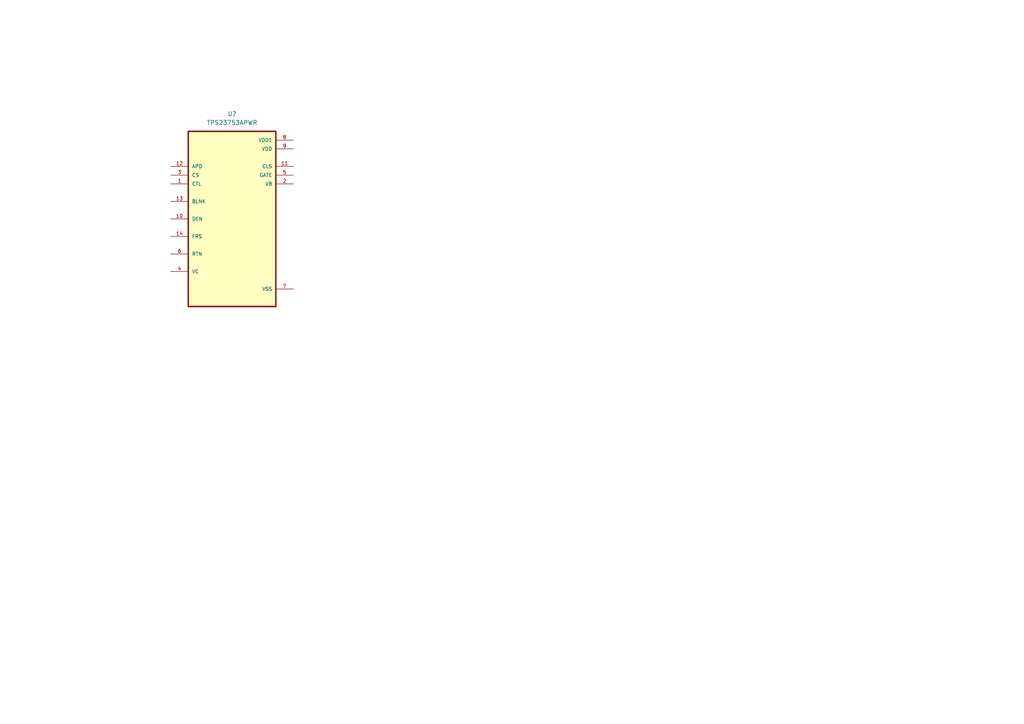
<source format=kicad_sch>
(kicad_sch (version 20211123) (generator eeschema)
  (paper "A4")
  (title_block (title "PoE Splitter") (date "2025-02-08") (rev "1") (company "Damian Peckett"))
  (lib_symbols
    (symbol "TPS23753APWR:TPS23753APWR" (pin_names (offset 1.016))
      (property "Reference" "U" (at -12.7 26.4 0))
      (property "Value" "TPS23753APWR" (at -12.7 -29.4 0))
      (symbol "TPS23753APWR_0_0"
        (rectangle (start -12.7 -25.4) (end 12.7 25.4) (stroke (width 0.41)) (fill (type background)))
        (pin input line (at -17.78 10.16 0) (length 5.08) (name "CTL") (number "1"))
        (pin bidirectional line (at -17.78 0 0) (length 5.08) (name "DEN") (number "10"))
        (pin output line (at 17.78 15.24 180) (length 5.08) (name "CLS") (number "11"))
        (pin input line (at -17.78 15.24 0) (length 5.08) (name "APD") (number "12"))
        (pin bidirectional line (at -17.78 5.08 0) (length 5.08) (name "BLNK") (number "13"))
        (pin bidirectional line (at -17.78 -5.08 0) (length 5.08) (name "FRS") (number "14"))
        (pin output line (at 17.78 10.16 180) (length 5.08) (name "VB") (number "2"))
        (pin input line (at -17.78 12.7 0) (length 5.08) (name "CS") (number "3"))
        (pin bidirectional line (at -17.78 -15.24 0) (length 5.08) (name "VC") (number "4"))
        (pin output line (at 17.78 12.7 180) (length 5.08) (name "GATE") (number "5"))
        (pin bidirectional line (at -17.78 -10.16 0) (length 5.08) (name "RTN") (number "6"))
        (pin power_in line (at 17.78 -20.32 180) (length 5.08) (name "VSS") (number "7"))
        (pin power_in line (at 17.78 22.86 180) (length 5.08) (name "VDD1") (number "8"))
        (pin power_in line (at 17.78 20.32 180) (length 5.08) (name "VDD") (number "9"))
      )
    )
  )
  (symbol (lib_id "TPS23753APWR:TPS23753APWR") (at 67.31 63.5 0) (unit 1)
    (property "Reference" "U?" (at 67.31 33.02 0))
    (property "Value" "TPS23753APWR" (at 67.31 35.56 0))
    (property "Footprint" "TPS23753APWR:SOP65P640X120-14N" (effects hide))
    (property "MF" "Texas Instruments" (effects hide))
    (property "Description" "\n                        \n                            IEEE 802.3-2005 PoE interface and Isolated Converter controller with Enhanced ESD Ride-Through\n                        \n" (effects hide))
    (property "Package" "TSSOP-14 Texas Instruments" (effects hide))
    (property "Price" "None" (effects hide))
    (property "SnapEDA_Link" "https://www.snapeda.com/parts/TPS23753APWR/Texas+Instruments/view-part/?ref=snap" (effects hide))
    (property "MP" "TPS23753APWR" (effects hide))
    (property "Availability" "In Stock" (effects hide))
    (property "Check_prices" "https://www.snapeda.com/parts/TPS23753APWR/Texas+Instruments/view-part/?ref=eda" (effects hide))
  )
)
</source>
